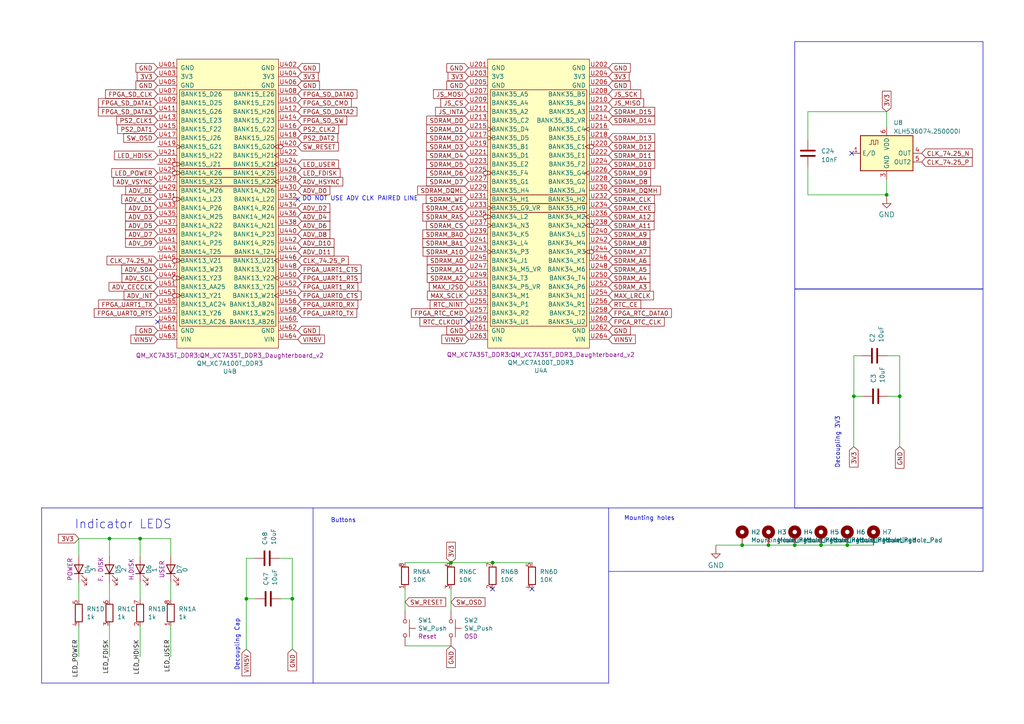
<source format=kicad_sch>
(kicad_sch (version 20230121) (generator eeschema)
  (paper "A4")
  (title_block (title "Main board interface with FPGA") (rev "0.1") (company "deFEEST"))
  (lib_symbols
    (symbol "BPS6001_Classic_Computing_Shield-eagle-import:GND" (power) (pin_names (offset 1.016))
      (property "Value" "GND" (at -1.905 -3.175 0))
      (symbol "GND_1_0"
        (polyline (pts (xy -1.27 0) (xy 1.27 0)))
        (polyline (pts (xy 0 -1.27) (xy -1.27 0)))
        (polyline (pts (xy 1.27 0) (xy 0 -1.27)))
        (pin power_in line (at 0 2.54 270) (length 2.54) (name "GND") (number "1"))
      )
    )
    (symbol "Device:C" (pin_numbers hide) (pin_names (offset 0.254))
      (property "Reference" "C" (at 0.635 2.54 0))
      (property "Value" "C" (at 0.635 -2.54 0))
      (symbol "C_0_1"
        (polyline (pts (xy -2.032 -0.762) (xy 2.032 -0.762)) (stroke (width 0.508)))
        (polyline (pts (xy -2.032 0.762) (xy 2.032 0.762)) (stroke (width 0.508)))
      )
      (symbol "C_1_1"
        (pin passive line (at 0 3.81 270) (length 2.794) (name "~") (number "1"))
        (pin passive line (at 0 -3.81 90) (length 2.794) (name "~") (number "2"))
      )
    )
    (symbol "Device:LED" (pin_numbers hide) (pin_names (offset 1.016) hide)
      (property "Reference" "D" (at 0 2.54 0))
      (property "Value" "LED" (at 0 -2.54 0))
      (symbol "LED_0_1"
        (polyline (pts (xy -1.27 -1.27) (xy -1.27 1.27)) (stroke (width 0.254)))
        (polyline (pts (xy -1.27 0) (xy 1.27 0)))
        (polyline (pts (xy 1.27 -1.27) (xy 1.27 1.27) (xy -1.27 0) (xy 1.27 -1.27)) (stroke (width 0.254)))
        (polyline (pts (xy -3.048 -0.762) (xy -4.572 -2.286) (xy -3.81 -2.286) (xy -4.572 -2.286) (xy -4.572 -1.524)))
        (polyline (pts (xy -1.778 -0.762) (xy -3.302 -2.286) (xy -2.54 -2.286) (xy -3.302 -2.286) (xy -3.302 -1.524)))
      )
      (symbol "LED_1_1"
        (pin passive line (at -3.81 0 0) (length 2.54) (name "K") (number "1"))
        (pin passive line (at 3.81 0 180) (length 2.54) (name "A") (number "2"))
      )
    )
    (symbol "Device:R_Pack04_Split" (pin_names (offset 0) hide)
      (property "Reference" "RN" (at 2.032 0 90))
      (property "Value" "R_Pack04_Split" (at 0 0 90))
      (symbol "R_Pack04_Split_0_1"
        (rectangle (start 1.016 2.54) (end -1.016 -2.54) (stroke (width 0.254)))
      )
      (symbol "R_Pack04_Split_1_1"
        (pin passive line (at 0 -3.81 90) (length 1.27) (name "R1.1") (number "1"))
        (pin passive line (at 0 3.81 270) (length 1.27) (name "R1.2") (number "8"))
      )
      (symbol "R_Pack04_Split_2_1"
        (pin passive line (at 0 -3.81 90) (length 1.27) (name "R2.1") (number "2"))
        (pin passive line (at 0 3.81 270) (length 1.27) (name "R2.2") (number "7"))
      )
      (symbol "R_Pack04_Split_3_1"
        (pin passive line (at 0 -3.81 90) (length 1.27) (name "R3.1") (number "3"))
        (pin passive line (at 0 3.81 270) (length 1.27) (name "R3.2") (number "6"))
      )
      (symbol "R_Pack04_Split_4_1"
        (pin passive line (at 0 -3.81 90) (length 1.27) (name "R4.1") (number "4"))
        (pin passive line (at 0 3.81 270) (length 1.27) (name "R4.2") (number "5"))
      )
    )
    (symbol "GND_1" (power) (pin_names (offset 1.016))
      (property "Value" "GND_1" (at -1.905 -3.175 0))
      (symbol "GND_1_1_0"
        (polyline (pts (xy -1.27 0) (xy 1.27 0)))
        (polyline (pts (xy 0 -1.27) (xy -1.27 0)))
        (polyline (pts (xy 1.27 0) (xy 0 -1.27)))
        (pin power_in line (at 0 2.54 270) (length 2.54) (name "GND") (number "1"))
      )
    )
    (symbol "Mechanical:MountingHole_Pad" (pin_numbers hide) (pin_names (offset 1.016) hide)
      (property "Reference" "H" (at 0 6.35 0))
      (property "Value" "MountingHole_Pad" (at 0 4.445 0))
      (symbol "MountingHole_Pad_0_1"
        (circle (center 0 1.27) (radius 1.27) (stroke (width 1.27)))
      )
      (symbol "MountingHole_Pad_1_1"
        (pin input line (at 0 -2.54 90) (length 2.54) (name "1") (number "1"))
      )
    )
    (symbol "Oscillator:XUX51"
      (property "Reference" "U" (at -6.35 6.35 0))
      (property "Value" "XUX51" (at 5.08 6.35 0))
      (symbol "XUX51_0_1"
        (rectangle (start -7.62 5.08) (end 7.62 -5.08) (stroke (width 0.254)) (fill (type background)))
        (polyline (pts (xy -5.08 2.54) (xy -4.445 2.54) (xy -4.445 3.81) (xy -3.81 3.81) (xy -3.81 2.54) (xy -3.175 2.54) (xy -3.175 3.81) (xy -2.54 3.81) (xy -2.54 2.54)))
      )
      (symbol "XUX51_1_1"
        (pin input line (at -10.16 0 0) (length 2.54) (name "E/D") (number "1"))
        (pin no_connect line (at -7.62 -2.54 0) (length 2.54) hide (name "NC") (number "2"))
        (pin power_in line (at 0 -7.62 90) (length 2.54) (name "GND") (number "3"))
        (pin output line (at 10.16 0 180) (length 2.54) (name "OUT") (number "4"))
        (pin output line (at 10.16 -2.54 180) (length 2.54) (name "OUT2") (number "5"))
        (pin power_in line (at 0 7.62 270) (length 2.54) (name "VDD") (number "6"))
      )
    )
    (symbol "QM_XC7A35T_DDR3:QM_XC7A100T_DDR3_2part" (pin_names (offset 1.016))
      (property "Reference" "U" (at 0 -60.96 0))
      (property "Value" "QM_XC7A100T_DDR3_2part" (at 0 -55.88 0))
      (property "Footprint" "QM_XC7A35T_DDR3:QM_XC7A35T_DDR3_Daughterboard_v2" (at 2.54 -58.42 0))
      (symbol "QM_XC7A100T_DDR3_2part_1_1"
        (rectangle (start -14.732 40.64) (end 14.732 -43.18) (fill (type background)))
        (rectangle (start -13.97 -3.81) (end 13.97 -36.83))
        (rectangle (start -13.97 -1.27) (end 13.97 -3.81))
        (rectangle (start -13.97 1.27) (end 13.97 -1.27))
        (rectangle (start -13.97 31.75) (end 13.97 1.27))
        (pin power_in line (at -20.32 38.1 0) (length 5.588) (name "GND") (number "U201"))
        (pin power_in line (at 20.32 38.1 180) (length 5.588) (name "GND") (number "U202"))
        (pin power_out line (at -20.32 35.56 0) (length 5.588) (name "3V3") (number "U203"))
        (pin power_out line (at 20.32 35.56 180) (length 5.588) (name "3V3") (number "U204"))
        (pin power_in line (at -20.32 33.02 0) (length 5.588) (name "GND") (number "U205"))
        (pin power_in line (at 20.32 33.02 180) (length 5.588) (name "GND") (number "U206"))
        (pin bidirectional line (at -20.32 30.48 0) (length 5.588) (name "BANK35_A5") (number "U207"))
        (pin bidirectional line (at 20.32 30.48 180) (length 5.588) (name "BANK35_B5") (number "U208"))
        (pin bidirectional line (at -20.32 27.94 0) (length 5.588) (name "BANK35_A4") (number "U209"))
        (pin bidirectional line (at 20.32 27.94 180) (length 5.588) (name "BANK35_B4") (number "U210"))
        (pin bidirectional line (at -20.32 25.4 0) (length 5.588) (name "BANK35_A2") (number "U211"))
        (pin bidirectional line (at 20.32 25.4 180) (length 5.588) (name "BANK35_A3") (number "U212"))
        (pin bidirectional line (at -20.32 22.86 0) (length 5.588) (name "BANK35_C2") (number "U213"))
        (pin bidirectional line (at 20.32 22.86 180) (length 5.588) (name "BANK35_B2_VR") (number "U214"))
        (pin bidirectional clock (at -20.32 20.32 0) (length 5.588) (name "BANK35_D4") (number "U215"))
        (pin bidirectional clock (at 20.32 20.32 180) (length 5.588) (name "BANK35_C4") (number "U216"))
        (pin bidirectional clock (at -20.32 17.78 0) (length 5.588) (name "BANK35_D5") (number "U217"))
        (pin bidirectional line (at 20.32 17.78 180) (length 5.588) (name "BANK35_E5") (number "U218"))
        (pin bidirectional line (at -20.32 15.24 0) (length 5.588) (name "BANK35_B1") (number "U219"))
        (pin bidirectional inverted_clock (at 20.32 15.24 180) (length 5.588) (name "BANK35_C1") (number "U220"))
        (pin bidirectional line (at -20.32 12.7 0) (length 5.588) (name "BANK35_D1") (number "U221"))
        (pin bidirectional line (at 20.32 12.7 180) (length 5.588) (name "BANK35_E1") (number "U222"))
        (pin bidirectional line (at -20.32 10.16 0) (length 5.588) (name "BANK35_E2") (number "U223"))
        (pin bidirectional line (at 20.32 10.16 180) (length 5.588) (name "BANK35_F2") (number "U224"))
        (pin bidirectional inverted_clock (at -20.32 7.62 0) (length 5.588) (name "BANK35_F4") (number "U225"))
        (pin bidirectional clock (at 20.32 7.62 180) (length 5.588) (name "BANK35_G4") (number "U226"))
        (pin bidirectional line (at -20.32 5.08 0) (length 5.588) (name "BANK35_G1") (number "U227"))
        (pin bidirectional line (at 20.32 5.08 180) (length 5.588) (name "BANK35_G2") (number "U228"))
        (pin bidirectional line (at -20.32 2.54 0) (length 5.588) (name "BANK35_H4") (number "U229"))
        (pin bidirectional line (at 20.32 2.54 180) (length 5.588) (name "BANK35_J4") (number "U230"))
        (pin bidirectional line (at -20.32 0 0) (length 5.588) (name "BANK34_H1") (number "U231"))
        (pin bidirectional line (at 20.32 0 180) (length 5.588) (name "BANK34_H2") (number "U232"))
        (pin bidirectional clock (at -20.32 -2.54 0) (length 5.588) (name "BANK35_G9_VR") (number "U233"))
        (pin bidirectional line (at 20.32 -2.54 180) (length 5.588) (name "BANK35_H9") (number "U234"))
        (pin bidirectional inverted_clock (at -20.32 -5.08 0) (length 5.588) (name "BANK34_L2") (number "U235"))
        (pin bidirectional clock (at 20.32 -5.08 180) (length 5.588) (name "BANK34_M2") (number "U236"))
        (pin bidirectional clock (at -20.32 -7.62 0) (length 5.588) (name "BANK34_N3") (number "U237"))
        (pin bidirectional inverted_clock (at 20.32 -7.62 180) (length 5.588) (name "BANK34_N2") (number "U238"))
        (pin bidirectional line (at -20.32 -10.16 0) (length 5.588) (name "BANK34_K5") (number "U239"))
        (pin bidirectional line (at 20.32 -10.16 180) (length 5.588) (name "BANK34_L5") (number "U240"))
        (pin bidirectional line (at -20.32 -12.7 0) (length 5.588) (name "BANK34_L4") (number "U241"))
        (pin bidirectional line (at 20.32 -12.7 180) (length 5.588) (name "BANK34_M4") (number "U242"))
        (pin bidirectional clock (at -20.32 -15.24 0) (length 5.588) (name "BANK34_P3") (number "U243"))
        (pin bidirectional inverted_clock (at 20.32 -15.24 180) (length 5.588) (name "BANK34_R3") (number "U244"))
        (pin bidirectional line (at -20.32 -17.78 0) (length 5.588) (name "BANK34_J1") (number "U245"))
        (pin bidirectional line (at 20.32 -17.78 180) (length 5.588) (name "BANK34_K1") (number "U246"))
        (pin bidirectional line (at -20.32 -20.32 0) (length 5.588) (name "BANK34_M5_VR") (number "U247"))
        (pin bidirectional line (at 20.32 -20.32 180) (length 5.588) (name "BANK34_M6") (number "U248"))
        (pin bidirectional line (at -20.32 -22.86 0) (length 5.588) (name "BANK34_T3") (number "U249"))
        (pin bidirectional line (at 20.32 -22.86 180) (length 5.588) (name "BANK34_T4") (number "U250"))
        (pin bidirectional line (at -20.32 -25.4 0) (length 5.588) (name "BANK34_P5_VR") (number "U251"))
        (pin bidirectional line (at 20.32 -25.4 180) (length 5.588) (name "BANK34_P6") (number "U252"))
        (pin bidirectional line (at -20.32 -27.94 0) (length 5.588) (name "BANK34_M1") (number "U253"))
        (pin bidirectional line (at 20.32 -27.94 180) (length 5.588) (name "BANK34_N1") (number "U254"))
        (pin bidirectional line (at -20.32 -30.48 0) (length 5.588) (name "BANK34_P1") (number "U255"))
        (pin bidirectional line (at 20.32 -30.48 180) (length 5.588) (name "BANK34_R1") (number "U256"))
        (pin bidirectional line (at -20.32 -33.02 0) (length 5.588) (name "BANK34_R2") (number "U257"))
        (pin bidirectional line (at 20.32 -33.02 180) (length 5.588) (name "BANK34_T2") (number "U258"))
        (pin bidirectional line (at -20.32 -35.56 0) (length 5.588) (name "BANK34_U1") (number "U259"))
        (pin bidirectional line (at 20.32 -35.56 180) (length 5.588) (name "BANK34_U2") (number "U260"))
        (pin power_in line (at -20.32 -38.1 0) (length 5.588) (name "GND") (number "U261"))
        (pin power_in line (at 20.32 -38.1 180) (length 5.588) (name "GND") (number "U262"))
        (pin power_out line (at -20.32 -40.64 0) (length 5.588) (name "VIN") (number "U263"))
        (pin power_out line (at 20.32 -40.64 180) (length 5.588) (name "VIN") (number "U264"))
      )
      (symbol "QM_XC7A100T_DDR3_2part_2_1"
        (rectangle (start -14.732 40.64) (end 14.732 -43.18) (fill (type background)))
        (rectangle (start -13.97 -16.51) (end 13.97 -36.83))
        (rectangle (start -13.97 3.81) (end 13.97 -16.51))
        (rectangle (start -13.97 6.35) (end 13.97 3.81))
        (rectangle (start -13.97 8.89) (end 13.97 6.35))
        (rectangle (start -13.97 31.75) (end 13.97 8.89))
        (pin power_in line (at -20.32 38.1 0) (length 5.588) (name "GND") (number "U401"))
        (pin power_in line (at 20.32 38.1 180) (length 5.588) (name "GND") (number "U402"))
        (pin power_in line (at -20.32 35.56 0) (length 5.588) (name "3V3") (number "U403"))
        (pin power_out line (at 20.32 35.56 180) (length 5.588) (name "3V3") (number "U404"))
        (pin power_in line (at -20.32 33.02 0) (length 5.588) (name "GND") (number "U405"))
        (pin power_in line (at 20.32 33.02 180) (length 5.588) (name "GND") (number "U406"))
        (pin bidirectional line (at -20.32 30.48 0) (length 5.588) (name "BANK15_D26") (number "U407"))
        (pin bidirectional line (at 20.32 30.48 180) (length 5.588) (name "BANK15_E26") (number "U408"))
        (pin bidirectional line (at -20.32 27.94 0) (length 5.588) (name "BANK15_D25") (number "U409"))
        (pin bidirectional line (at 20.32 27.94 180) (length 5.588) (name "BANK15_E25") (number "U410"))
        (pin bidirectional line (at -20.32 25.4 0) (length 5.588) (name "BANK15_G26") (number "U411"))
        (pin bidirectional line (at 20.32 25.4 180) (length 5.588) (name "BANK15_H26") (number "U412"))
        (pin bidirectional line (at -20.32 22.86 0) (length 5.588) (name "BANK15_E23") (number "U413"))
        (pin bidirectional line (at 20.32 22.86 180) (length 5.588) (name "BANK15_F23") (number "U414"))
        (pin bidirectional line (at -20.32 20.32 0) (length 5.588) (name "BANK15_F22") (number "U415"))
        (pin bidirectional line (at 20.32 20.32 180) (length 5.588) (name "BANK15_G22") (number "U416"))
        (pin bidirectional line (at -20.32 17.78 0) (length 5.588) (name "BANK15_J26") (number "U417"))
        (pin bidirectional line (at 20.32 17.78 180) (length 5.588) (name "BANK15_J25") (number "U418"))
        (pin bidirectional clock (at -20.32 15.24 0) (length 5.588) (name "BANK15_G21") (number "U419"))
        (pin bidirectional inverted_clock (at 20.32 15.24 180) (length 5.588) (name "BANK15_G20") (number "U420"))
        (pin bidirectional line (at -20.32 12.7 0) (length 5.588) (name "BANK15_H22") (number "U421"))
        (pin bidirectional clock (at 20.32 12.7 180) (length 5.588) (name "BANK15_H21") (number "U422"))
        (pin bidirectional inverted_clock (at -20.32 10.16 0) (length 5.588) (name "BANK15_J21") (number "U423"))
        (pin bidirectional clock (at 20.32 10.16 180) (length 5.588) (name "BANK15_K21") (number "U424"))
        (pin bidirectional inverted_clock (at -20.32 7.62 0) (length 5.588) (name "BANK14_K26") (number "U425"))
        (pin bidirectional line (at 20.32 7.62 180) (length 5.588) (name "BANK14_K25") (number "U426"))
        (pin bidirectional line (at -20.32 5.08 0) (length 5.588) (name "BANK15_K23") (number "U427"))
        (pin bidirectional clock (at 20.32 5.08 180) (length 5.588) (name "BANK15_K22") (number "U428"))
        (pin bidirectional line (at -20.32 2.54 0) (length 5.588) (name "BANK14_M26") (number "U429"))
        (pin bidirectional line (at 20.32 2.54 180) (length 5.588) (name "BANK14_N26") (number "U430"))
        (pin bidirectional inverted_clock (at -20.32 0 0) (length 5.588) (name "BANK14_L23") (number "U431"))
        (pin bidirectional line (at 20.32 0 180) (length 5.588) (name "BANK14_L22") (number "U432"))
        (pin bidirectional line (at -20.32 -2.54 0) (length 5.588) (name "BANK14_P26") (number "U433"))
        (pin bidirectional line (at 20.32 -2.54 180) (length 5.588) (name "BANK14_R26") (number "U434"))
        (pin bidirectional line (at -20.32 -5.08 0) (length 5.588) (name "BANK14_M25") (number "U435"))
        (pin bidirectional line (at 20.32 -5.08 180) (length 5.588) (name "BANK14_M24") (number "U436"))
        (pin bidirectional line (at -20.32 -7.62 0) (length 5.588) (name "BANK14_N22") (number "U437"))
        (pin bidirectional line (at 20.32 -7.62 180) (length 5.588) (name "BANK14_N21") (number "U438"))
        (pin bidirectional line (at -20.32 -10.16 0) (length 5.588) (name "BANK14_P24") (number "U439"))
        (pin bidirectional line (at 20.32 -10.16 180) (length 5.588) (name "BANK14_P23") (number "U440"))
        (pin bidirectional line (at -20.32 -12.7 0) (length 5.588) (name "BANK14_P25") (number "U441"))
        (pin bidirectional line (at 20.32 -12.7 180) (length 5.588) (name "BANK14_R25") (number "U442"))
        (pin bidirectional line (at -20.32 -15.24 0) (length 5.588) (name "BANK14_T25") (number "U443"))
        (pin bidirectional line (at 20.32 -15.24 180) (length 5.588) (name "BANK14_T24") (number "U444"))
        (pin bidirectional inverted_clock (at -20.32 -17.78 0) (length 5.588) (name "BANK13_V21") (number "U445"))
        (pin bidirectional clock (at 20.32 -17.78 180) (length 5.588) (name "BANK13_U21") (number "U446"))
        (pin bidirectional line (at -20.32 -20.32 0) (length 5.588) (name "BANK13_W23") (number "U447"))
        (pin bidirectional line (at 20.32 -20.32 180) (length 5.588) (name "BANK13_V23") (number "U448"))
        (pin bidirectional inverted_clock (at -20.32 -22.86 0) (length 5.588) (name "BANK13_Y23") (number "U449"))
        (pin bidirectional clock (at 20.32 -22.86 180) (length 5.588) (name "BANK13_Y22") (number "U450"))
        (pin bidirectional line (at -20.32 -25.4 0) (length 5.588) (name "BANK13_AA25") (number "U451"))
        (pin bidirectional line (at 20.32 -25.4 180) (length 5.588) (name "BANK13_Y25") (number "U452"))
        (pin bidirectional inverted_clock (at -20.32 -27.94 0) (length 5.588) (name "BANK13_Y21") (number "U453"))
        (pin bidirectional clock (at 20.32 -27.94 180) (length 5.588) (name "BANK13_W21") (number "U454"))
        (pin bidirectional line (at -20.32 -30.48 0) (length 5.588) (name "BANK13_AC24") (number "U455"))
        (pin bidirectional line (at 20.32 -30.48 180) (length 5.588) (name "BANK13_AB24") (number "U456"))
        (pin bidirectional line (at -20.32 -33.02 0) (length 5.588) (name "BANK13_Y26") (number "U457"))
        (pin bidirectional line (at 20.32 -33.02 180) (length 5.588) (name "BANK13_W25") (number "U458"))
        (pin bidirectional line (at -20.32 -35.56 0) (length 5.588) (name "BANK13_AC26") (number "U459"))
        (pin bidirectional line (at 20.32 -35.56 180) (length 5.588) (name "BANK13_AB26") (number "U460"))
        (pin power_in line (at -20.32 -38.1 0) (length 5.588) (name "GND") (number "U461"))
        (pin power_in line (at 20.32 -38.1 180) (length 5.588) (name "GND") (number "U462"))
        (pin power_out line (at -20.32 -40.64 0) (length 5.588) (name "VIN") (number "U463"))
        (pin power_out line (at 20.32 -40.64 180) (length 5.588) (name "VIN") (number "U464"))
      )
    )
    (symbol "Switch:SW_Push" (pin_numbers hide) (pin_names (offset 1.016) hide)
      (property "Reference" "SW" (at 1.27 2.54 0))
      (property "Value" "SW_Push" (at 0 -1.524 0))
      (symbol "SW_Push_0_1"
        (circle (center -2.032 0) (radius 0.508))
        (polyline (pts (xy 0 1.27) (xy 0 3.048)))
        (polyline (pts (xy 2.54 1.27) (xy -2.54 1.27)))
        (circle (center 2.032 0) (radius 0.508))
        (pin passive line (at -5.08 0 0) (length 2.54) (name "1") (number "1"))
        (pin passive line (at 5.08 0 180) (length 2.54) (name "2") (number "2"))
      )
    )
  )
  (junction (at 260.9632 114.935))
  (junction (at 247.65 114.935))
  (junction (at 215.265 158.115))
  (junction (at 230.505 158.115))
  (junction (at 257.175 56.515))
  (junction (at 245.745 158.115))
  (junction (at 142.875 163.195))
  (junction (at 40.64 156.21))
  (junction (at 71.4593 173.6725))
  (junction (at 84.7725 173.6725))
  (junction (at 238.125 158.115))
  (junction (at 222.885 158.115))
  (junction (at 130.81 163.195))
  (junction (at 31.75 156.21))
  (no_connect (at 45.72 93.345))
  (no_connect (at 154.305 170.815))
  (no_connect (at 135.89 93.345))
  (no_connect (at 247.015 44.45))
  (no_connect (at 142.875 170.815))
  (no_connect (at 86.36 57.785))
  (wire (pts (xy 49.53 190.5) (xy 49.53 181.61)))
  (wire (pts (xy 247.65 114.935) (xy 247.6282 114.935)))
  (wire (pts (xy 130.81 163.195) (xy 142.875 163.195)))
  (wire (pts (xy 257.4707 103.1875) (xy 260.9632 103.1875)))
  (wire (pts (xy 40.64 161.29) (xy 40.64 156.21)))
  (wire (pts (xy 142.875 163.195) (xy 154.305 163.195)))
  (wire (pts (xy 40.64 156.21) (xy 49.53 156.21)))
  (polyline (pts (xy 176.53 165.735) (xy 285.115 165.735)))
  (wire (pts (xy 71.4593 161.925) (xy 71.4593 173.6725)))
  (wire (pts (xy 247.6282 114.935) (xy 247.6282 129.54)))
  (wire (pts (xy 117.475 170.815) (xy 117.475 177.165)))
  (wire (pts (xy 31.75 156.21) (xy 40.64 156.21)))
  (wire (pts (xy 73.66 161.925) (xy 71.4593 161.925)))
  (wire (pts (xy 222.885 158.115) (xy 230.505 158.115)))
  (wire (pts (xy 40.64 190.5) (xy 40.64 181.61)))
  (wire (pts (xy 260.9632 114.935) (xy 260.9632 129.54)))
  (wire (pts (xy 49.53 168.91) (xy 49.53 173.99)))
  (polyline (pts (xy 12.065 147.32) (xy 285.115 147.32)))
  (wire (pts (xy 81.28 161.925) (xy 84.7725 161.925)))
  (wire (pts (xy 49.53 161.29) (xy 49.53 156.21)))
  (wire (pts (xy 40.64 168.91) (xy 40.64 173.99)))
  (wire (pts (xy 31.75 168.91) (xy 31.75 173.99)))
  (wire (pts (xy 71.4375 173.6725) (xy 71.4375 188.2775)))
  (wire (pts (xy 31.75 156.21) (xy 31.75 161.29)))
  (wire (pts (xy 257.175 56.515) (xy 257.175 52.07)))
  (polyline (pts (xy 176.53 147.32) (xy 176.53 198.12)))
  (wire (pts (xy 238.125 158.115) (xy 245.745 158.115)))
  (wire (pts (xy 215.265 158.115) (xy 222.885 158.115)))
  (wire (pts (xy 249.8507 103.1875) (xy 247.65 103.1875)))
  (polyline (pts (xy 90.805 147.32) (xy 90.805 198.12)))
  (wire (pts (xy 234.315 56.515) (xy 257.175 56.515)))
  (wire (pts (xy 73.9775 173.6725) (xy 71.4593 173.6725)))
  (wire (pts (xy 84.7725 173.6725) (xy 84.7725 188.2775)))
  (wire (pts (xy 234.315 48.26) (xy 234.315 56.515)))
  (wire (pts (xy 207.645 158.115) (xy 215.265 158.115)))
  (wire (pts (xy 234.315 32.385) (xy 234.315 40.64)))
  (wire (pts (xy 117.475 163.195) (xy 130.81 163.195)))
  (wire (pts (xy 84.7725 161.925) (xy 84.7725 173.6725)))
  (wire (pts (xy 117.475 187.325) (xy 130.81 187.325)))
  (wire (pts (xy 22.86 161.29) (xy 22.86 156.21)))
  (wire (pts (xy 257.175 32.385) (xy 234.315 32.385)))
  (wire (pts (xy 130.81 170.815) (xy 130.81 177.165)))
  (polyline (pts (xy 285.115 165.735) (xy 285.115 147.32)))
  (wire (pts (xy 22.86 168.91) (xy 22.86 173.99)))
  (wire (pts (xy 247.65 103.1875) (xy 247.65 114.935)))
  (wire (pts (xy 22.86 156.21) (xy 31.75 156.21)))
  (wire (pts (xy 250.1682 114.935) (xy 247.65 114.935)))
  (wire (pts (xy 31.75 190.5) (xy 31.75 181.61)))
  (wire (pts (xy 257.7882 114.935) (xy 260.9632 114.935)))
  (wire (pts (xy 260.9632 103.1875) (xy 260.9632 114.935)))
  (wire (pts (xy 230.505 158.115) (xy 238.125 158.115)))
  (polyline (pts (xy 12.065 198.12) (xy 12.065 147.32)))
  (wire (pts (xy 81.5975 173.6725) (xy 84.7725 173.6725)))
  (wire (pts (xy 71.4593 173.6725) (xy 71.4375 173.6725)))
  (polyline (pts (xy 12.065 198.12) (xy 176.53 198.12)))
  (wire (pts (xy 257.175 36.83) (xy 257.175 32.385)))
  (wire (pts (xy 22.86 190.5) (xy 22.86 181.61)))
  (wire (pts (xy 253.365 158.115) (xy 245.745 158.115)))
  (rectangle (start 230.505 12.065) (end 285.115 83.82))
  (rectangle (start 230.505 83.82) (end 285.115 147.32))
  (text "DO NOT USE ADV CLK PAIRED LINE" (at 87.63 58.42 0) (effects (font (size 1.27 1.27)) (justify left bottom)))
  (text "Decoupling 3V3\n\n" (at 245.7232 135.89 90) (effects (font (size 1.27 1.27)) (justify left bottom)))
  (text "Buttons" (at 95.885 151.765 0) (effects (font (size 1.27 1.27)) (justify left bottom)))
  (text "Decoupling Cap\n" (at 69.5325 194.6275 90) (effects (font (size 1.27 1.27)) (justify left bottom)))
  (text "Mounting holes" (at 180.975 151.13 0) (effects (font (size 1.27 1.27)) (justify left bottom)))
  (text "Indicator LEDS" (at 21.59 153.67 0) (effects (font (size 2.54 2.54)) (justify left bottom)))
  (label "LED_FDISK" (at 31.75 185.42 270))
  (label "LED_POWER" (at 22.86 185.42 270))
  (label "LED_HDISK" (at 40.64 185.42 270))
  (label "LED_USER" (at 49.53 185.42 270))
  (global_label "GND" (shape input) (at 45.72 95.885 180) (property "Intersheetrefs" "${INTERSHEET_REFS}" (effects hide)))
  (global_label "3V3" (shape input) (at 86.36 22.225 0) (property "Intersheetrefs" "${INTERSHEET_REFS}" (effects hide)))
  (global_label "SW_OSD" (shape input) (at 45.72 40.005 180) (property "Intersheetrefs" "${INTERSHEET_REFS}" (effects hide)))
  (global_label "ADV_D1" (shape input) (at 45.72 60.325 180) (property "Intersheetrefs" "${INTERSHEET_REFS}" (effects hide)))
  (global_label "SDRAM_D1" (shape input) (at 135.89 37.465 180) (property "Intersheetrefs" "${INTERSHEET_REFS}" (effects hide)))
  (global_label "SDRAM_A0" (shape input) (at 135.89 75.565 180) (property "Intersheetrefs" "${INTERSHEET_REFS}" (effects hide)))
  (global_label "SDRAM_A11" (shape input) (at 176.53 65.405 0) (property "Intersheetrefs" "${INTERSHEET_REFS}" (effects hide)))
  (global_label "3V3" (shape input) (at 176.53 22.225 0) (property "Intersheetrefs" "${INTERSHEET_REFS}" (effects hide)))
  (global_label "RTC_CLKOUT" (shape input) (at 135.89 93.345 180) (property "Intersheetrefs" "${INTERSHEET_REFS}" (effects hide)))
  (global_label "SDRAM_CLK" (shape input) (at 176.53 57.785 0) (property "Intersheetrefs" "${INTERSHEET_REFS}" (effects hide)))
  (global_label "ADV_D2" (shape input) (at 86.36 60.325 0) (property "Intersheetrefs" "${INTERSHEET_REFS}" (effects hide)))
  (global_label "PS2_DAT2" (shape input) (at 86.36 40.005 0) (property "Intersheetrefs" "${INTERSHEET_REFS}" (effects hide)))
  (global_label "LED_FDISK" (shape input) (at 86.36 50.165 0) (property "Intersheetrefs" "${INTERSHEET_REFS}" (effects hide)))
  (global_label "ADV_DE" (shape input) (at 45.72 55.245 180) (property "Intersheetrefs" "${INTERSHEET_REFS}" (effects hide)))
  (global_label "LED_POWER" (shape input) (at 45.72 50.165 180) (property "Intersheetrefs" "${INTERSHEET_REFS}" (effects hide)))
  (global_label "VIN5V" (shape input) (at 176.53 98.425 0) (property "Intersheetrefs" "${INTERSHEET_REFS}" (effects hide)))
  (global_label "JS_MISO" (shape input) (at 176.53 29.845 0) (property "Intersheetrefs" "${INTERSHEET_REFS}" (effects hide)))
  (global_label "SDRAM_A9" (shape input) (at 176.53 67.945 0) (property "Intersheetrefs" "${INTERSHEET_REFS}" (effects hide)))
  (global_label "CLK_74.25_N" (shape input) (at 45.72 75.565 180) (property "Intersheetrefs" "${INTERSHEET_REFS}" (effects hide)))
  (global_label "ADV_D5" (shape input) (at 45.72 65.405 180) (property "Intersheetrefs" "${INTERSHEET_REFS}" (effects hide)))
  (global_label "SDRAM_D15" (shape input) (at 176.53 32.385 0) (property "Intersheetrefs" "${INTERSHEET_REFS}" (effects hide)))
  (global_label "SDRAM_DQMH" (shape input) (at 176.53 55.245 0) (property "Intersheetrefs" "${INTERSHEET_REFS}" (effects hide)))
  (global_label "VIN5V" (shape input) (at 86.36 98.425 0) (property "Intersheetrefs" "${INTERSHEET_REFS}" (effects hide)))
  (global_label "VIN5V" (shape input) (at 135.89 98.425 180) (property "Intersheetrefs" "${INTERSHEET_REFS}" (effects hide)))
  (global_label "JS_SCK" (shape input) (at 176.53 27.305 0) (property "Intersheetrefs" "${INTERSHEET_REFS}" (effects hide)))
  (global_label "PS2_CLK2" (shape input) (at 86.36 37.465 0) (property "Intersheetrefs" "${INTERSHEET_REFS}" (effects hide)))
  (global_label "RTC_CE" (shape input) (at 176.53 88.265 0) (property "Intersheetrefs" "${INTERSHEET_REFS}" (effects hide)))
  (global_label "SDRAM_D0" (shape input) (at 135.89 34.925 180) (property "Intersheetrefs" "${INTERSHEET_REFS}" (effects hide)))
  (global_label "SDRAM_A7" (shape input) (at 176.53 73.025 0) (property "Intersheetrefs" "${INTERSHEET_REFS}" (effects hide)))
  (global_label "3V3" (shape input) (at 135.89 22.225 180) (property "Intersheetrefs" "${INTERSHEET_REFS}" (effects hide)))
  (global_label "SDRAM_D14" (shape input) (at 176.53 34.925 0) (property "Intersheetrefs" "${INTERSHEET_REFS}" (effects hide)))
  (global_label "SDRAM_D12" (shape input) (at 176.53 42.545 0) (property "Intersheetrefs" "${INTERSHEET_REFS}" (effects hide)))
  (global_label "FPGA_UART0_RTS" (shape input) (at 45.72 90.805 180) (property "Intersheetrefs" "${INTERSHEET_REFS}" (effects hide)))
  (global_label "FPGA_SD_DATA3" (shape input) (at 45.72 32.385 180) (property "Intersheetrefs" "${INTERSHEET_REFS}" (effects hide)))
  (global_label "GND" (shape input) (at 176.53 24.765 0) (property "Intersheetrefs" "${INTERSHEET_REFS}" (effects hide)))
  (global_label "MAX_LRCLK" (shape input) (at 176.53 85.725 0) (property "Intersheetrefs" "${INTERSHEET_REFS}" (effects hide)))
  (global_label "SDRAM_A2" (shape input) (at 135.89 80.645 180) (property "Intersheetrefs" "${INTERSHEET_REFS}" (effects hide)))
  (global_label "ADV_D6" (shape input) (at 86.36 65.405 0) (property "Intersheetrefs" "${INTERSHEET_REFS}" (effects hide)))
  (global_label "SDRAM_D7" (shape input) (at 135.89 52.705 180) (property "Intersheetrefs" "${INTERSHEET_REFS}" (effects hide)))
  (global_label "FPGA_UART1_RTS" (shape input) (at 86.36 80.645 0) (property "Intersheetrefs" "${INTERSHEET_REFS}" (effects hide)))
  (global_label "FPGA_UART0_RX" (shape input) (at 86.36 88.265 0) (property "Intersheetrefs" "${INTERSHEET_REFS}" (effects hide)))
  (global_label "SDRAM_D3" (shape input) (at 135.89 42.545 180) (property "Intersheetrefs" "${INTERSHEET_REFS}" (effects hide)))
  (global_label "JS_MOSI" (shape input) (at 135.89 27.305 180) (property "Intersheetrefs" "${INTERSHEET_REFS}" (effects hide)))
  (global_label "FPGA_SD_DATA1" (shape input) (at 45.72 29.845 180) (property "Intersheetrefs" "${INTERSHEET_REFS}" (effects hide)))
  (global_label "ADV_D3" (shape input) (at 45.72 62.865 180) (property "Intersheetrefs" "${INTERSHEET_REFS}" (effects hide)))
  (global_label "GND" (shape input) (at 86.36 24.765 0) (property "Intersheetrefs" "${INTERSHEET_REFS}" (effects hide)))
  (global_label "LED_USER" (shape input) (at 86.36 47.625 0) (property "Intersheetrefs" "${INTERSHEET_REFS}" (effects hide)))
  (global_label "3V3" (shape input) (at 45.72 22.225 180) (property "Intersheetrefs" "${INTERSHEET_REFS}" (effects hide)))
  (global_label "FPGA_SD_DATA2" (shape input) (at 86.36 32.385 0) (property "Intersheetrefs" "${INTERSHEET_REFS}" (effects hide)))
  (global_label "SDRAM_A3" (shape input) (at 176.53 83.185 0) (property "Intersheetrefs" "${INTERSHEET_REFS}" (effects hide)))
  (global_label "SDRAM_RAS" (shape input) (at 135.89 62.865 180) (property "Intersheetrefs" "${INTERSHEET_REFS}" (effects hide)))
  (global_label "FPGA_RTC_CLK" (shape input) (at 176.53 93.345 0) (property "Intersheetrefs" "${INTERSHEET_REFS}" (effects hide)))
  (global_label "ADV_SDA" (shape input) (at 45.72 78.105 180) (property "Intersheetrefs" "${INTERSHEET_REFS}" (effects hide)))
  (global_label "GND" (shape input) (at 176.53 95.885 0) (property "Intersheetrefs" "${INTERSHEET_REFS}" (effects hide)))
  (global_label "MAX_SCLK" (shape input) (at 135.89 85.725 180) (property "Intersheetrefs" "${INTERSHEET_REFS}" (effects hide)))
  (global_label "SDRAM_D10" (shape input) (at 176.53 47.625 0) (property "Intersheetrefs" "${INTERSHEET_REFS}" (effects hide)))
  (global_label "ADV_D8" (shape input) (at 86.36 67.945 0) (property "Intersheetrefs" "${INTERSHEET_REFS}" (effects hide)))
  (global_label "GND" (shape input) (at 176.53 19.685 0) (property "Intersheetrefs" "${INTERSHEET_REFS}" (effects hide)))
  (global_label "SDRAM_CAS" (shape input) (at 135.89 60.325 180) (property "Intersheetrefs" "${INTERSHEET_REFS}" (effects hide)))
  (global_label "FPGA_UART1_CTS" (shape input) (at 86.36 78.105 0) (property "Intersheetrefs" "${INTERSHEET_REFS}" (effects hide)))
  (global_label "LED_HDISK" (shape input) (at 45.72 45.085 180) (property "Intersheetrefs" "${INTERSHEET_REFS}" (effects hide)))
  (global_label "SDRAM_A12" (shape input) (at 176.53 62.865 0) (property "Intersheetrefs" "${INTERSHEET_REFS}" (effects hide)))
  (global_label "CLK_74.25_P" (shape input) (at 267.335 46.99 0) (property "Intersheetrefs" "${INTERSHEET_REFS}" (effects hide)))
  (global_label "ADV_D9" (shape input) (at 45.72 70.485 180) (property "Intersheetrefs" "${INTERSHEET_REFS}" (effects hide)))
  (global_label "GND" (shape input) (at 84.7725 188.2775 270) (property "Intersheetrefs" "${INTERSHEET_REFS}" (effects hide)))
  (global_label "VIN5V" (shape input) (at 45.72 98.425 180) (property "Intersheetrefs" "${INTERSHEET_REFS}" (effects hide)))
  (global_label "SDRAM_CKE" (shape input) (at 176.53 60.325 0) (property "Intersheetrefs" "${INTERSHEET_REFS}" (effects hide)))
  (global_label "ADV_D10" (shape input) (at 86.36 70.485 0) (property "Intersheetrefs" "${INTERSHEET_REFS}" (effects hide)))
  (global_label "SDRAM_A1" (shape input) (at 135.89 78.105 180) (property "Intersheetrefs" "${INTERSHEET_REFS}" (effects hide)))
  (global_label "FPGA_UART1_TX" (shape input) (at 45.72 88.265 180) (property "Intersheetrefs" "${INTERSHEET_REFS}" (effects hide)))
  (global_label "FPGA_SD_CLK" (shape input) (at 45.72 27.305 180) (property "Intersheetrefs" "${INTERSHEET_REFS}" (effects hide)))
  (global_label "GND" (shape input) (at 45.72 24.765 180) (property "Intersheetrefs" "${INTERSHEET_REFS}" (effects hide)))
  (global_label "SDRAM_D11" (shape input) (at 176.53 45.085 0) (property "Intersheetrefs" "${INTERSHEET_REFS}" (effects hide)))
  (global_label "SDRAM_A10" (shape input) (at 135.89 73.025 180) (property "Intersheetrefs" "${INTERSHEET_REFS}" (effects hide)))
  (global_label "3V3" (shape input) (at 247.6282 129.54 270) (property "Intersheetrefs" "${INTERSHEET_REFS}" (effects hide)))
  (global_label "GND" (shape input) (at 130.81 187.325 270) (property "Intersheetrefs" "${INTERSHEET_REFS}" (effects hide)))
  (global_label "SDRAM_A5" (shape input) (at 176.53 78.105 0) (property "Intersheetrefs" "${INTERSHEET_REFS}" (effects hide)))
  (global_label "SDRAM_BA1" (shape input) (at 135.89 70.485 180) (property "Intersheetrefs" "${INTERSHEET_REFS}" (effects hide)))
  (global_label "ADV_VSYNC" (shape input) (at 45.72 52.705 180) (property "Intersheetrefs" "${INTERSHEET_REFS}" (effects hide)))
  (global_label "ADV_D4" (shape input) (at 86.36 62.865 0) (property "Intersheetrefs" "${INTERSHEET_REFS}" (effects hide)))
  (global_label "3V3" (shape input) (at 22.86 156.21 180) (property "Intersheetrefs" "${INTERSHEET_REFS}" (effects hide)))
  (global_label "ADV_D0" (shape input) (at 86.36 55.245 0) (property "Intersheetrefs" "${INTERSHEET_REFS}" (effects hide)))
  (global_label "GND" (shape input) (at 45.72 19.685 180) (property "Intersheetrefs" "${INTERSHEET_REFS}" (effects hide)))
  (global_label "SDRAM_A8" (shape input) (at 176.53 70.485 0) (property "Intersheetrefs" "${INTERSHEET_REFS}" (effects hide)))
  (global_label "ADV_D7" (shape input) (at 45.72 67.945 180) (property "Intersheetrefs" "${INTERSHEET_REFS}" (effects hide)))
  (global_label "ADV_D11" (shape input) (at 86.36 73.025 0) (property "Intersheetrefs" "${INTERSHEET_REFS}" (effects hide)))
  (global_label "SDRAM_CS" (shape input) (at 135.89 65.405 180) (property "Intersheetrefs" "${INTERSHEET_REFS}" (effects hide)))
  (global_label "ADV_CECCLK" (shape input) (at 45.72 83.185 180) (property "Intersheetrefs" "${INTERSHEET_REFS}" (effects hide)))
  (global_label "PS2_CLK1" (shape input) (at 45.72 34.925 180) (property "Intersheetrefs" "${INTERSHEET_REFS}" (effects hide)))
  (global_label "FPGA_UART0_TX" (shape input) (at 86.36 90.805 0) (property "Intersheetrefs" "${INTERSHEET_REFS}" (effects hide)))
  (global_label "FPGA_RTC_DATA0" (shape input) (at 176.53 90.805 0) (property "Intersheetrefs" "${INTERSHEET_REFS}" (effects hide)))
  (global_label "SDRAM_D8" (shape input) (at 176.53 52.705 0) (property "Intersheetrefs" "${INTERSHEET_REFS}" (effects hide)))
  (global_label "SDRAM_D6" (shape input) (at 135.89 50.165 180) (property "Intersheetrefs" "${INTERSHEET_REFS}" (effects hide)))
  (global_label "FPGA_UART0_CTS" (shape input) (at 86.36 85.725 0) (property "Intersheetrefs" "${INTERSHEET_REFS}" (effects hide)))
  (global_label "SDRAM_A4" (shape input) (at 176.53 80.645 0) (property "Intersheetrefs" "${INTERSHEET_REFS}" (effects hide)))
  (global_label "RTC_NINT" (shape input) (at 135.89 88.265 180) (property "Intersheetrefs" "${INTERSHEET_REFS}" (effects hide)))
  (global_label "ADV_HSYNC" (shape input) (at 86.36 52.705 0) (property "Intersheetrefs" "${INTERSHEET_REFS}" (effects hide)))
  (global_label "SDRAM_WE" (shape input) (at 135.89 57.785 180) (property "Intersheetrefs" "${INTERSHEET_REFS}" (effects hide)))
  (global_label "FPGA_SD_CMD" (shape input) (at 86.36 29.845 0) (property "Intersheetrefs" "${INTERSHEET_REFS}" (effects hide)))
  (global_label "SDRAM_D4" (shape input) (at 135.89 45.085 180) (property "Intersheetrefs" "${INTERSHEET_REFS}" (effects hide)))
  (global_label "FPGA_UART1_RX" (shape input) (at 86.36 83.185 0) (property "Intersheetrefs" "${INTERSHEET_REFS}" (effects hide)))
  (global_label "MAX_I2S0" (shape input) (at 135.89 83.185 180) (property "Intersheetrefs" "${INTERSHEET_REFS}" (effects hide)))
  (global_label "PS2_DAT1" (shape input) (at 45.72 37.465 180) (property "Intersheetrefs" "${INTERSHEET_REFS}" (effects hide)))
  (global_label "CLK_74.25_N" (shape input) (at 267.335 44.45 0) (property "Intersheetrefs" "${INTERSHEET_REFS}" (effects hide)))
  (global_label "SDRAM_DQML" (shape input) (at 135.89 55.245 180) (property "Intersheetrefs" "${INTERSHEET_REFS}" (effects hide)))
  (global_label "FPGA_RTC_CMD" (shape input) (at 135.89 90.805 180) (property "Intersheetrefs" "${INTERSHEET_REFS}" (effects hide)))
  (global_label "CLK_74.25_P" (shape input) (at 86.36 75.565 0) (property "Intersheetrefs" "${INTERSHEET_REFS}" (effects hide)))
  (global_label "ADV_CLK" (shape input) (at 45.72 57.785 180) (property "Intersheetrefs" "${INTERSHEET_REFS}" (effects hide)))
  (global_label "SW_RESET" (shape input) (at 117.475 174.625 0) (property "Intersheetrefs" "${INTERSHEET_REFS}" (effects hide)))
  (global_label "SDRAM_D2" (shape input) (at 135.89 40.005 180) (property "Intersheetrefs" "${INTERSHEET_REFS}" (effects hide)))
  (global_label "3V3" (shape input) (at 130.81 163.195 90) (property "Intersheetrefs" "${INTERSHEET_REFS}" (effects hide)))
  (global_label "VIN5V" (shape input) (at 71.4375 188.2775 270) (property "Intersheetrefs" "${INTERSHEET_REFS}" (effects hide)))
  (global_label "JS_CS" (shape input) (at 135.89 29.845 180) (property "Intersheetrefs" "${INTERSHEET_REFS}" (effects hide)))
  (global_label "GND" (shape input) (at 86.36 19.685 0) (property "Intersheetrefs" "${INTERSHEET_REFS}" (effects hide)))
  (global_label "SW_RESET" (shape input) (at 86.36 42.545 0) (property "Intersheetrefs" "${INTERSHEET_REFS}" (effects hide)))
  (global_label "SDRAM_A6" (shape input) (at 176.53 75.565 0) (property "Intersheetrefs" "${INTERSHEET_REFS}" (effects hide)))
  (global_label "FPGA_SD_SW" (shape input) (at 86.36 34.925 0) (property "Intersheetrefs" "${INTERSHEET_REFS}" (effects hide)))
  (global_label "JS_INTA" (shape input) (at 135.89 32.385 180) (property "Intersheetrefs" "${INTERSHEET_REFS}" (effects hide)))
  (global_label "SDRAM_D9" (shape input) (at 176.53 50.165 0) (property "Intersheetrefs" "${INTERSHEET_REFS}" (effects hide)))
  (global_label "GND" (shape input) (at 135.89 95.885 180) (property "Intersheetrefs" "${INTERSHEET_REFS}" (effects hide)))
  (global_label "3V3" (shape input) (at 257.175 32.385 90) (property "Intersheetrefs" "${INTERSHEET_REFS}" (effects hide)))
  (global_label "ADV_SCL" (shape input) (at 45.72 80.645 180) (property "Intersheetrefs" "${INTERSHEET_REFS}" (effects hide)))
  (global_label "GND" (shape input) (at 86.36 95.885 0) (property "Intersheetrefs" "${INTERSHEET_REFS}" (effects hide)))
  (global_label "ADV_INT" (shape input) (at 45.72 85.725 180) (property "Intersheetrefs" "${INTERSHEET_REFS}" (effects hide)))
  (global_label "GND" (shape input) (at 135.89 24.765 180) (property "Intersheetrefs" "${INTERSHEET_REFS}" (effects hide)))
  (global_label "SDRAM_D5" (shape input) (at 135.89 47.625 180) (property "Intersheetrefs" "${INTERSHEET_REFS}" (effects hide)))
  (global_label "SDRAM_D13" (shape input) (at 176.53 40.005 0) (property "Intersheetrefs" "${INTERSHEET_REFS}" (effects hide)))
  (global_label "SDRAM_BA0" (shape input) (at 135.89 67.945 180) (property "Intersheetrefs" "${INTERSHEET_REFS}" (effects hide)))
  (global_label "GND" (shape input) (at 260.9632 129.54 270) (property "Intersheetrefs" "${INTERSHEET_REFS}" (effects hide)))
  (global_label "FPGA_SD_DATA0" (shape input) (at 86.36 27.305 0) (property "Intersheetrefs" "${INTERSHEET_REFS}" (effects hide)))
  (global_label "GND" (shape input) (at 135.89 19.685 180) (property "Intersheetrefs" "${INTERSHEET_REFS}" (effects hide)))
  (global_label "SW_OSD" (shape input) (at 130.81 174.625 0) (property "Intersheetrefs" "${INTERSHEET_REFS}" (effects hide)))
  (symbol (lib_id "QM_XC7A35T_DDR3:QM_XC7A100T_DDR3_2part") (at 156.21 57.785 0) (unit 1)
    (property "Reference" "U4" (at 156.845 107.4928 0))
    (property "Value" "QM_XC7A100T_DDR3" (at 156.845 105.1814 0))
    (property "Footprint" "QM_XC7A35T_DDR3:QM_XC7A35T_DDR3_Daughterboard_v2" (at 156.845 102.87 0))
  )
  (symbol (lib_id "Device:LED") (at 31.75 165.1 90) (unit 1)
    (property "Reference" "D5" (at 34.29 165.1 0))
    (property "Value" "2" (at 35.9156 165.2778 0))
    (property "Footprint" "LED_SMD:LED_0603_1608Metric" (effects hide))
    (property "Field4" "F. DISK" (at 29.21 165.1 0))
  )
  (symbol (lib_id "Device:LED") (at 22.86 165.1 90) (unit 1)
    (property "Reference" "D4" (at 25.4 165.1 0))
    (property "Value" "3" (at 27.0256 165.2778 0))
    (property "Footprint" "LED_SMD:LED_0603_1608Metric" (effects hide))
    (property "Field4" "POWER" (at 20.32 165.1 0))
  )
  (symbol (lib_id "Device:LED") (at 40.64 165.1 90) (unit 1)
    (property "Reference" "D6" (at 43.18 165.1 0))
    (property "Value" "1" (at 44.8056 165.2778 0))
    (property "Footprint" "LED_SMD:LED_0603_1608Metric" (effects hide))
    (property "Field4" "H.DISK" (at 38.1 165.1 0))
  )
  (symbol (lib_id "Device:LED") (at 49.53 165.1 90) (unit 1)
    (property "Reference" "D7" (at 52.07 165.1 0))
    (property "Value" "0" (at 53.6956 165.2778 0))
    (property "Footprint" "LED_SMD:LED_0603_1608Metric" (effects hide))
    (property "Field4" "USER" (at 46.99 165.1 0))
  )
  (symbol (lib_id "QM_XC7A35T_DDR3:QM_XC7A100T_DDR3_2part") (at 66.04 57.785 0) (unit 2)
    (property "Reference" "U4" (at 66.675 107.7214 0))
    (property "Value" "QM_XC7A100T_DDR3" (at 66.675 105.41 0))
    (property "Footprint" "QM_XC7A35T_DDR3:QM_XC7A35T_DDR3_Daughterboard_v2" (at 66.675 103.0986 0))
  )
  (symbol (lib_id "Device:R_Pack04_Split") (at 22.86 177.8 0) (unit 4)
    (property "Reference" "RN1" (at 25.0952 176.6316 0) (effects (justify left)))
    (property "Value" "1k" (at 25.0952 178.943 0) (effects (justify left)))
    (property "Footprint" "Resistor_SMD:R_Array_Convex_4x0603" (effects hide))
  )
  (symbol (lib_id "Device:R_Pack04_Split") (at 31.75 177.8 0) (unit 3)
    (property "Reference" "RN1" (at 33.9852 176.6316 0) (effects (justify left)))
    (property "Value" "1k" (at 33.9852 178.943 0) (effects (justify left)))
    (property "Footprint" "Resistor_SMD:R_Array_Convex_4x0603" (effects hide))
  )
  (symbol (lib_id "Device:R_Pack04_Split") (at 40.64 177.8 0) (unit 2)
    (property "Reference" "RN1" (at 42.8752 176.6316 0) (effects (justify left)))
    (property "Value" "1k" (at 42.8752 178.943 0) (effects (justify left)))
    (property "Footprint" "Resistor_SMD:R_Array_Convex_4x0603" (effects hide))
  )
  (symbol (lib_id "Device:R_Pack04_Split") (at 49.53 177.8 0) (unit 1)
    (property "Reference" "RN1" (at 51.7652 176.6316 0) (effects (justify left)))
    (property "Value" "1k" (at 51.7652 178.943 0) (effects (justify left)))
    (property "Footprint" "Resistor_SMD:R_Array_Convex_4x0603" (effects hide))
  )
  (symbol (lib_id "Mechanical:MountingHole_Pad") (at 253.365 155.575 0) (unit 1)
    (property "Reference" "H7" (at 255.905 154.3304 0) (effects (justify left)))
    (property "Value" "MountingHole_Pad" (at 255.905 156.6418 0) (effects (justify left)))
    (property "Footprint" "MountingHole:MountingHole_3.2mm_M3_DIN965_Pad" (effects hide))
  )
  (symbol (lib_id "Switch:SW_Push") (at 117.475 182.245 270) (unit 1)
    (property "Reference" "SW1" (at 121.2342 179.9336 90) (effects (justify left)))
    (property "Value" "SW_Push" (at 121.2342 182.245 90) (effects (justify left)))
    (property "Footprint" "Button_Switch_SMD:SW_SPST_EVQQ2" (effects hide))
    (property "func" "Reset" (at 121.2342 184.5564 90) (effects (justify left)))
  )
  (symbol (lib_id "Switch:SW_Push") (at 130.81 182.245 270) (unit 1)
    (property "Reference" "SW2" (at 134.5692 179.9336 90) (effects (justify left)))
    (property "Value" "SW_Push" (at 134.5692 182.245 90) (effects (justify left)))
    (property "Footprint" "Button_Switch_SMD:SW_SPST_EVQQ2" (effects hide))
    (property "func" "OSD" (at 134.5692 184.5564 90) (effects (justify left)))
  )
  (symbol (lib_id "Device:R_Pack04_Split") (at 117.475 167.005 0) (unit 1)
    (property "Reference" "RN6" (at 119.7102 165.8366 0) (effects (justify left)))
    (property "Value" "10K" (at 119.7102 168.148 0) (effects (justify left)))
    (property "Footprint" "Resistor_SMD:R_Array_Concave_4x0603" (effects hide))
  )
  (symbol (lib_id "Device:R_Pack04_Split") (at 130.81 167.005 0) (unit 3)
    (property "Reference" "RN6" (at 133.0452 165.8366 0) (effects (justify left)))
    (property "Value" "10K" (at 133.0452 168.148 0) (effects (justify left)))
    (property "Footprint" "Resistor_SMD:R_Array_Concave_4x0603" (effects hide))
  )
  (symbol (lib_id "BPS6001_Classic_Computing_Shield-eagle-import:GND") (at 207.645 160.655 0) (unit 1)
    (property "Reference" "#SUPPLY01" (effects hide))
    (property "Value" "GND" (at 207.645 163.957 0) (effects (font (size 1.4986 1.4986))))
    (property "Footprint" "MountingHole:MountingHole_3.2mm_M3_DIN965_Pad" (effects hide))
  )
  (symbol (lib_id "Mechanical:MountingHole_Pad") (at 215.265 155.575 0) (unit 1)
    (property "Reference" "H2" (at 217.805 154.3304 0) (effects (justify left)))
    (property "Value" "MountingHole_Pad" (at 217.805 156.6418 0) (effects (justify left)))
    (property "Footprint" "MountingHole:MountingHole_3.2mm_M3_DIN965_Pad" (effects hide))
  )
  (symbol (lib_id "Mechanical:MountingHole_Pad") (at 222.885 155.575 0) (unit 1)
    (property "Reference" "H3" (at 225.425 154.3304 0) (effects (justify left)))
    (property "Value" "MountingHole_Pad" (at 225.425 156.6418 0) (effects (justify left)))
    (property "Footprint" "MountingHole:MountingHole_3.2mm_M3_DIN965_Pad" (effects hide))
  )
  (symbol (lib_id "Mechanical:MountingHole_Pad") (at 230.505 155.575 0) (unit 1)
    (property "Reference" "H4" (at 233.045 154.3304 0) (effects (justify left)))
    (property "Value" "MountingHole_Pad" (at 233.045 156.6418 0) (effects (justify left)))
    (property "Footprint" "MountingHole:MountingHole_3.2mm_M3_DIN965_Pad" (effects hide))
  )
  (symbol (lib_id "Mechanical:MountingHole_Pad") (at 238.125 155.575 0) (unit 1)
    (property "Reference" "H5" (at 240.665 154.3304 0) (effects (justify left)))
    (property "Value" "MountingHole_Pad" (at 240.665 156.6418 0) (effects (justify left)))
    (property "Footprint" "MountingHole:MountingHole_3.2mm_M3_DIN965_Pad" (effects hide))
  )
  (symbol (lib_id "Mechanical:MountingHole_Pad") (at 245.745 155.575 0) (unit 1)
    (property "Reference" "H6" (at 248.285 154.3304 0) (effects (justify left)))
    (property "Value" "MountingHole_Pad" (at 248.285 156.6418 0) (effects (justify left)))
    (property "Footprint" "MountingHole:MountingHole_3.2mm_M3_DIN965_Pad" (effects hide))
  )
  (symbol (lib_id "Device:C") (at 77.47 161.925 90) (unit 1)
    (property "Reference" "C48" (at 76.835 158.115 0) (effects (justify left)))
    (property "Value" "10uF" (at 79.375 158.115 0) (effects (justify left)))
    (property "Footprint" "Capacitor_SMD:C_1206_3216Metric" (effects hide))
  )
  (symbol (lib_id "Device:C") (at 77.7875 173.6725 90) (unit 1)
    (property "Reference" "C47" (at 77.1525 169.8625 0) (effects (justify left)))
    (property "Value" "10uF" (at 79.6925 169.8625 0) (effects (justify left)))
    (property "Footprint" "Capacitor_SMD:C_1206_3216Metric" (effects hide))
  )
  (symbol (lib_name "GND_1") (lib_id "BPS6001_Classic_Computing_Shield-eagle-import:GND") (at 257.175 59.055 0) (unit 1)
    (property "Reference" "#SUPPLY04" (effects hide))
    (property "Value" "GND" (at 257.175 62.23 0) (effects (font (size 1.4986 1.4986))))
  )
  (symbol (lib_id "Device:C") (at 234.315 44.45 0) (unit 1)
    (property "Reference" "C24" (at 238.125 43.815 0) (effects (justify left)))
    (property "Value" "10nF" (at 238.125 46.355 0) (effects (justify left)))
    (property "Footprint" "Capacitor_SMD:C_0603_1608Metric" (effects hide))
  )
  (symbol (lib_id "Device:R_Pack04_Split") (at 142.875 167.005 0) (unit 2)
    (property "Reference" "RN6" (at 145.1102 165.8366 0) (effects (justify left)))
    (property "Value" "10K" (at 145.1102 168.148 0) (effects (justify left)))
    (property "Footprint" "Resistor_SMD:R_Array_Concave_4x0603" (effects hide))
  )
  (symbol (lib_id "Oscillator:XUX51") (at 257.175 44.45 0) (unit 1)
    (property "Reference" "U8" (at 259.1309 35.56 0) (effects (justify left)))
    (property "Value" "XLH536074.250000I" (at 259.1309 38.1 0) (effects (justify left)))
    (property "Footprint" "Oscillator:Oscillator_SMD_IDT_JS6-6_5.0x3.2mm_P1.27mm" (effects hide))
    (property "Datasheet" "https://nl.mouser.com/datasheet/2/698/REN_XL_Crystal_Oscillators_Datasheet_DST_20220302-1954959.pdf" (effects hide))
  )
  (symbol (lib_id "Device:R_Pack04_Split") (at 154.305 167.005 0) (unit 4)
    (property "Reference" "RN6" (at 156.5402 165.8366 0) (effects (justify left)))
    (property "Value" "10K" (at 156.5402 168.148 0) (effects (justify left)))
    (property "Footprint" "Resistor_SMD:R_Array_Concave_4x0603" (effects hide))
  )
  (symbol (lib_id "Device:C") (at 253.6607 103.1875 90) (unit 1)
    (property "Reference" "C2" (at 253.0257 99.3775 0) (effects (justify left)))
    (property "Value" "10uF" (at 255.5657 99.3775 0) (effects (justify left)))
    (property "Footprint" "Capacitor_SMD:C_1206_3216Metric" (effects hide))
  )
  (symbol (lib_id "Device:C") (at 253.9782 114.935 90) (unit 1)
    (property "Reference" "C3" (at 253.3432 111.125 0) (effects (justify left)))
    (property "Value" "10uF" (at 255.8832 111.125 0) (effects (justify left)))
    (property "Footprint" "Capacitor_SMD:C_1206_3216Metric" (effects hide))
  )
)
</source>
